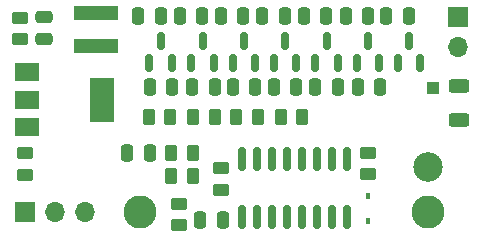
<source format=gts>
G04 #@! TF.GenerationSoftware,KiCad,Pcbnew,(5.99.0-8941-ge2f8b1a4b1)*
G04 #@! TF.CreationDate,2021-03-24T22:34:04+13:00*
G04 #@! TF.ProjectId,OpenHVPS-5,4f70656e-4856-4505-932d-352e6b696361,V1.2.0*
G04 #@! TF.SameCoordinates,Original*
G04 #@! TF.FileFunction,Soldermask,Top*
G04 #@! TF.FilePolarity,Negative*
%FSLAX46Y46*%
G04 Gerber Fmt 4.6, Leading zero omitted, Abs format (unit mm)*
G04 Created by KiCad (PCBNEW (5.99.0-8941-ge2f8b1a4b1)) date 2021-03-24 22:34:04*
%MOMM*%
%LPD*%
G01*
G04 APERTURE LIST*
G04 Aperture macros list*
%AMRoundRect*
0 Rectangle with rounded corners*
0 $1 Rounding radius*
0 $2 $3 $4 $5 $6 $7 $8 $9 X,Y pos of 4 corners*
0 Add a 4 corners polygon primitive as box body*
4,1,4,$2,$3,$4,$5,$6,$7,$8,$9,$2,$3,0*
0 Add four circle primitives for the rounded corners*
1,1,$1+$1,$2,$3*
1,1,$1+$1,$4,$5*
1,1,$1+$1,$6,$7*
1,1,$1+$1,$8,$9*
0 Add four rect primitives between the rounded corners*
20,1,$1+$1,$2,$3,$4,$5,0*
20,1,$1+$1,$4,$5,$6,$7,0*
20,1,$1+$1,$6,$7,$8,$9,0*
20,1,$1+$1,$8,$9,$2,$3,0*%
G04 Aperture macros list end*
%ADD10RoundRect,0.250000X0.450000X-0.262500X0.450000X0.262500X-0.450000X0.262500X-0.450000X-0.262500X0*%
%ADD11R,1.700000X1.700000*%
%ADD12O,1.700000X1.700000*%
%ADD13RoundRect,0.250000X-0.250000X-0.475000X0.250000X-0.475000X0.250000X0.475000X-0.250000X0.475000X0*%
%ADD14C,2.500000*%
%ADD15C,2.800000*%
%ADD16RoundRect,0.150000X0.150000X-0.587500X0.150000X0.587500X-0.150000X0.587500X-0.150000X-0.587500X0*%
%ADD17RoundRect,0.250000X-0.450000X0.262500X-0.450000X-0.262500X0.450000X-0.262500X0.450000X0.262500X0*%
%ADD18RoundRect,0.250000X0.262500X0.450000X-0.262500X0.450000X-0.262500X-0.450000X0.262500X-0.450000X0*%
%ADD19RoundRect,0.250000X-0.475000X0.250000X-0.475000X-0.250000X0.475000X-0.250000X0.475000X0.250000X0*%
%ADD20RoundRect,0.250000X-0.625000X0.312500X-0.625000X-0.312500X0.625000X-0.312500X0.625000X0.312500X0*%
%ADD21R,3.700000X1.200000*%
%ADD22RoundRect,0.250000X-0.262500X-0.450000X0.262500X-0.450000X0.262500X0.450000X-0.262500X0.450000X0*%
%ADD23RoundRect,0.150000X0.150000X-0.825000X0.150000X0.825000X-0.150000X0.825000X-0.150000X-0.825000X0*%
%ADD24R,2.000000X1.500000*%
%ADD25R,2.000000X3.800000*%
%ADD26R,0.450000X0.600000*%
%ADD27R,1.000000X1.000000*%
%ADD28RoundRect,0.250000X0.250000X0.475000X-0.250000X0.475000X-0.250000X-0.475000X0.250000X-0.475000X0*%
G04 APERTURE END LIST*
D10*
X128500000Y-72413500D03*
X128500000Y-70588500D03*
D11*
X165100000Y-59055000D03*
D12*
X165100000Y-61595000D03*
D13*
X145050000Y-59000000D03*
X146950000Y-59000000D03*
D14*
X162560000Y-71755000D03*
D15*
X162560000Y-75565000D03*
D16*
X156550000Y-62937500D03*
X158450000Y-62937500D03*
X157500000Y-61062500D03*
X142550000Y-62937500D03*
X144450000Y-62937500D03*
X143500000Y-61062500D03*
D17*
X157520000Y-70520000D03*
X157520000Y-72345000D03*
D13*
X152050000Y-59000000D03*
X153950000Y-59000000D03*
D16*
X139004000Y-62913500D03*
X140904000Y-62913500D03*
X139954000Y-61038500D03*
D18*
X148182500Y-67520000D03*
X146357500Y-67520000D03*
D13*
X148550000Y-59000000D03*
X150450000Y-59000000D03*
D18*
X151932500Y-67520000D03*
X150107500Y-67520000D03*
D17*
X145020000Y-71857500D03*
X145020000Y-73682500D03*
D16*
X149550000Y-62937500D03*
X151450000Y-62937500D03*
X150500000Y-61062500D03*
D15*
X138176000Y-75565000D03*
D16*
X153050000Y-62937500D03*
X154950000Y-62937500D03*
X154000000Y-61062500D03*
D19*
X130100000Y-59050000D03*
X130100000Y-60950000D03*
D13*
X153050000Y-65000000D03*
X154950000Y-65000000D03*
D11*
X128500000Y-75565000D03*
D12*
X131040000Y-75565000D03*
X133580000Y-75565000D03*
D20*
X165250000Y-64857500D03*
X165250000Y-67782500D03*
D13*
X138050000Y-59000000D03*
X139950000Y-59000000D03*
D18*
X142682500Y-72520000D03*
X140857500Y-72520000D03*
D13*
X139050000Y-65000000D03*
X140950000Y-65000000D03*
X149550000Y-65000000D03*
X151450000Y-65000000D03*
X146050000Y-65000000D03*
X147950000Y-65000000D03*
D21*
X134500000Y-58700000D03*
X134500000Y-61500000D03*
D10*
X141520000Y-76682500D03*
X141520000Y-74857500D03*
D22*
X138945500Y-67520000D03*
X140770500Y-67520000D03*
D13*
X156638000Y-65000000D03*
X158538000Y-65000000D03*
D10*
X128020000Y-60932500D03*
X128020000Y-59107500D03*
D18*
X144520500Y-67520000D03*
X142695500Y-67520000D03*
D13*
X155638000Y-59000000D03*
X157538000Y-59000000D03*
D18*
X142682500Y-70520000D03*
X140857500Y-70520000D03*
D13*
X142638000Y-65000000D03*
X144538000Y-65000000D03*
D23*
X146825000Y-75995000D03*
X148095000Y-75995000D03*
X149365000Y-75995000D03*
X150635000Y-75995000D03*
X151905000Y-75995000D03*
X153175000Y-75995000D03*
X154445000Y-75995000D03*
X155715000Y-75995000D03*
X155715000Y-71045000D03*
X154445000Y-71045000D03*
X153175000Y-71045000D03*
X151905000Y-71045000D03*
X150635000Y-71045000D03*
X149365000Y-71045000D03*
X148095000Y-71045000D03*
X146825000Y-71045000D03*
D24*
X128676000Y-63740000D03*
X128676000Y-68340000D03*
D25*
X134976000Y-66040000D03*
D24*
X128676000Y-66040000D03*
D16*
X160050000Y-62937500D03*
X161950000Y-62937500D03*
X161000000Y-61062500D03*
D26*
X157520000Y-76320000D03*
X157520000Y-74220000D03*
D27*
X163020000Y-65020000D03*
D28*
X139020000Y-70520000D03*
X137120000Y-70520000D03*
D13*
X159050000Y-59000000D03*
X160950000Y-59000000D03*
X141550000Y-59000000D03*
X143450000Y-59000000D03*
D16*
X146050000Y-62937500D03*
X147950000Y-62937500D03*
X147000000Y-61062500D03*
D13*
X143320000Y-76270000D03*
X145220000Y-76270000D03*
M02*

</source>
